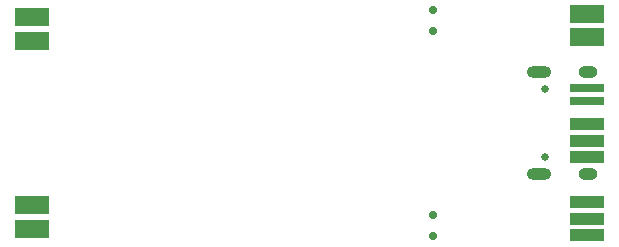
<source format=gts>
G04 #@! TF.GenerationSoftware,KiCad,Pcbnew,5.1.4+dfsg1-1*
G04 #@! TF.CreationDate,2020-04-13T21:52:35+02:00*
G04 #@! TF.ProjectId,OtterIron_PRO_Top,4f747465-7249-4726-9f6e-5f50524f5f54,rev?*
G04 #@! TF.SameCoordinates,Original*
G04 #@! TF.FileFunction,Soldermask,Top*
G04 #@! TF.FilePolarity,Negative*
%FSLAX46Y46*%
G04 Gerber Fmt 4.6, Leading zero omitted, Abs format (unit mm)*
G04 Created by KiCad (PCBNEW 5.1.4+dfsg1-1) date 2020-04-13 21:52:35*
%MOMM*%
%LPD*%
G04 APERTURE LIST*
%ADD10R,3.000000X1.500000*%
%ADD11R,3.000000X1.000000*%
%ADD12R,3.000000X0.750000*%
%ADD13C,0.700000*%
%ADD14O,2.100000X1.000000*%
%ADD15O,1.600000X1.000000*%
%ADD16C,0.650000*%
G04 APERTURE END LIST*
D10*
X51550000Y-116950000D03*
X51550000Y-118950000D03*
X51550000Y-103050000D03*
X51550000Y-101050000D03*
X98500000Y-102700000D03*
X98500000Y-100800000D03*
D11*
X98500000Y-116700000D03*
X98500000Y-112900000D03*
X98500000Y-111500000D03*
X98500000Y-110100000D03*
D12*
X98500000Y-108150000D03*
X98500000Y-107050000D03*
D11*
X98500000Y-119500000D03*
X98500000Y-118100000D03*
D13*
X85500000Y-119600000D03*
X85500000Y-117800000D03*
X85500000Y-100400000D03*
X85500000Y-102200000D03*
D14*
X94415000Y-105680000D03*
X94415000Y-114320000D03*
D15*
X98595000Y-105680000D03*
X98595000Y-114320000D03*
D16*
X94945000Y-112890000D03*
X94945000Y-107110000D03*
M02*

</source>
